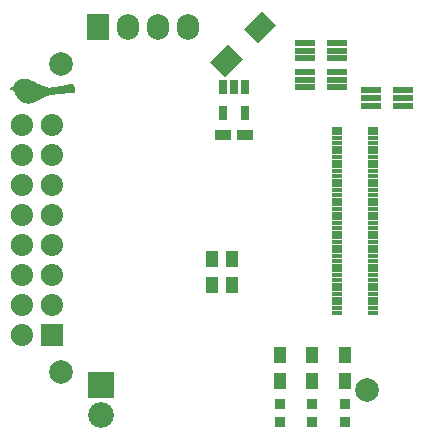
<source format=gts>
G04 #@! TF.FileFunction,Soldermask,Top*
%FSLAX46Y46*%
G04 Gerber Fmt 4.6, Leading zero omitted, Abs format (unit mm)*
G04 Created by KiCad (PCBNEW 4.0.1-stable) date Tuesday, May 31, 2016 'PMt' 08:28:31 PM*
%MOMM*%
G01*
G04 APERTURE LIST*
%ADD10C,0.100000*%
%ADD11C,0.010000*%
%ADD12R,1.653540X0.551180*%
%ADD13R,1.352400X0.902400*%
%ADD14R,0.949960X0.949960*%
%ADD15R,1.879600X1.879600*%
%ADD16O,1.879600X1.879600*%
%ADD17R,2.184400X2.184400*%
%ADD18O,2.184400X2.184400*%
%ADD19R,1.052400X1.352400*%
%ADD20R,0.802400X1.212400*%
%ADD21R,1.879600X2.184400*%
%ADD22O,1.879600X2.184400*%
%ADD23R,0.852400X0.352400*%
%ADD24C,2.000000*%
G04 APERTURE END LIST*
D10*
D11*
G36*
X131669564Y-95962271D02*
X131695508Y-95963488D01*
X131720124Y-95965595D01*
X131744568Y-95968681D01*
X131769999Y-95972837D01*
X131787168Y-95976069D01*
X131812517Y-95981313D01*
X131836699Y-95986924D01*
X131860431Y-95993132D01*
X131884429Y-96000164D01*
X131909412Y-96008250D01*
X131936095Y-96017618D01*
X131965196Y-96028498D01*
X131997433Y-96041118D01*
X132021820Y-96050936D01*
X132054200Y-96064238D01*
X132087073Y-96078047D01*
X132120715Y-96092494D01*
X132155404Y-96107708D01*
X132191417Y-96123820D01*
X132229031Y-96140959D01*
X132268524Y-96159255D01*
X132310172Y-96178839D01*
X132354253Y-96199840D01*
X132401044Y-96222389D01*
X132450822Y-96246615D01*
X132503864Y-96272648D01*
X132560448Y-96300619D01*
X132620850Y-96330657D01*
X132660459Y-96350436D01*
X132716490Y-96378404D01*
X132768559Y-96404279D01*
X132816988Y-96428209D01*
X132862102Y-96450343D01*
X132904224Y-96470830D01*
X132943679Y-96489819D01*
X132980790Y-96507457D01*
X133015881Y-96523895D01*
X133049276Y-96539280D01*
X133081299Y-96553762D01*
X133112273Y-96567489D01*
X133142524Y-96580610D01*
X133172374Y-96593274D01*
X133202148Y-96605629D01*
X133232169Y-96617825D01*
X133262761Y-96630009D01*
X133294249Y-96642331D01*
X133306029Y-96646892D01*
X133322479Y-96653261D01*
X133337757Y-96659205D01*
X133351184Y-96664460D01*
X133362085Y-96668759D01*
X133369780Y-96671837D01*
X133373479Y-96673374D01*
X133380453Y-96676501D01*
X133362374Y-96698146D01*
X133333873Y-96729827D01*
X133301092Y-96761893D01*
X133264528Y-96793967D01*
X133224680Y-96825672D01*
X133182044Y-96856630D01*
X133137117Y-96886464D01*
X133090398Y-96914796D01*
X133042384Y-96941249D01*
X133041143Y-96941898D01*
X132978462Y-96972677D01*
X132911875Y-97001709D01*
X132842059Y-97028797D01*
X132769691Y-97053741D01*
X132695448Y-97076345D01*
X132620008Y-97096410D01*
X132544046Y-97113739D01*
X132468242Y-97128134D01*
X132393271Y-97139396D01*
X132346876Y-97144783D01*
X132333122Y-97145864D01*
X132315842Y-97146713D01*
X132295936Y-97147329D01*
X132274304Y-97147713D01*
X132251847Y-97147865D01*
X132229465Y-97147784D01*
X132208058Y-97147470D01*
X132188527Y-97146924D01*
X132171772Y-97146145D01*
X132158693Y-97145133D01*
X132155771Y-97144803D01*
X132107644Y-97137101D01*
X132063278Y-97126442D01*
X132022693Y-97112833D01*
X131985913Y-97096281D01*
X131952956Y-97076793D01*
X131940357Y-97067808D01*
X131912485Y-97044111D01*
X131888707Y-97017997D01*
X131868783Y-96989136D01*
X131852472Y-96957199D01*
X131844275Y-96936296D01*
X131837956Y-96916987D01*
X131833438Y-96899431D01*
X131830478Y-96882095D01*
X131828830Y-96863448D01*
X131828252Y-96841961D01*
X131828248Y-96835593D01*
X131828385Y-96796576D01*
X131812590Y-96794957D01*
X131796795Y-96793339D01*
X131779736Y-96804946D01*
X131762676Y-96816553D01*
X131761971Y-96839534D01*
X131763042Y-96871744D01*
X131767967Y-96905431D01*
X131776445Y-96939588D01*
X131788179Y-96973208D01*
X131802870Y-97005285D01*
X131819657Y-97033962D01*
X131844193Y-97066774D01*
X131872306Y-97096339D01*
X131903984Y-97122649D01*
X131939212Y-97145697D01*
X131977975Y-97165476D01*
X132020260Y-97181978D01*
X132066051Y-97195197D01*
X132115335Y-97205126D01*
X132168098Y-97211756D01*
X132174165Y-97212288D01*
X132193351Y-97213440D01*
X132216266Y-97214063D01*
X132241833Y-97214181D01*
X132268974Y-97213821D01*
X132296613Y-97213010D01*
X132323672Y-97211773D01*
X132349074Y-97210135D01*
X132371742Y-97208124D01*
X132378696Y-97207353D01*
X132455758Y-97196672D01*
X132533900Y-97182752D01*
X132612359Y-97165807D01*
X132690372Y-97146049D01*
X132767179Y-97123691D01*
X132842018Y-97098945D01*
X132914126Y-97072024D01*
X132982742Y-97043141D01*
X133007519Y-97031800D01*
X133067409Y-97002174D01*
X133124890Y-96970605D01*
X133179644Y-96937323D01*
X133231355Y-96902560D01*
X133279708Y-96866548D01*
X133324385Y-96829519D01*
X133365071Y-96791703D01*
X133401449Y-96753332D01*
X133423167Y-96727539D01*
X133433329Y-96715158D01*
X133440981Y-96706607D01*
X133446308Y-96701697D01*
X133449493Y-96700240D01*
X133449730Y-96700285D01*
X133459725Y-96702780D01*
X133473746Y-96705610D01*
X133491003Y-96708661D01*
X133510705Y-96711818D01*
X133532062Y-96714969D01*
X133554283Y-96717997D01*
X133576576Y-96720789D01*
X133598152Y-96723231D01*
X133618220Y-96725208D01*
X133627762Y-96726012D01*
X133648511Y-96727203D01*
X133671492Y-96727670D01*
X133697009Y-96727395D01*
X133725366Y-96726358D01*
X133756869Y-96724543D01*
X133791823Y-96721929D01*
X133830531Y-96718500D01*
X133873300Y-96714236D01*
X133920433Y-96709119D01*
X133934981Y-96707471D01*
X134002135Y-96699370D01*
X134073732Y-96689916D01*
X134149583Y-96679144D01*
X134229497Y-96667088D01*
X134313283Y-96653784D01*
X134400750Y-96639265D01*
X134491708Y-96623566D01*
X134585966Y-96606722D01*
X134683333Y-96588769D01*
X134783619Y-96569740D01*
X134886632Y-96549670D01*
X134992183Y-96528594D01*
X135100080Y-96506547D01*
X135210133Y-96483564D01*
X135322152Y-96459679D01*
X135435945Y-96434926D01*
X135455352Y-96430657D01*
X135476975Y-96425927D01*
X135497593Y-96421482D01*
X135516624Y-96417445D01*
X135533484Y-96413935D01*
X135547589Y-96411074D01*
X135558356Y-96408982D01*
X135565202Y-96407780D01*
X135566629Y-96407585D01*
X135585403Y-96407642D01*
X135605267Y-96411479D01*
X135624974Y-96418639D01*
X135643279Y-96428666D01*
X135658935Y-96441103D01*
X135659424Y-96441581D01*
X135666801Y-96450057D01*
X135675869Y-96462486D01*
X135686370Y-96478394D01*
X135698044Y-96497306D01*
X135710631Y-96518748D01*
X135723871Y-96542247D01*
X135737504Y-96567328D01*
X135751272Y-96593518D01*
X135764913Y-96620341D01*
X135778169Y-96647324D01*
X135790780Y-96673993D01*
X135802485Y-96699874D01*
X135808472Y-96713666D01*
X135827315Y-96760939D01*
X135842317Y-96805460D01*
X135853473Y-96847204D01*
X135860779Y-96886151D01*
X135864234Y-96922277D01*
X135863833Y-96955560D01*
X135859574Y-96985977D01*
X135851922Y-97012272D01*
X135845352Y-97026166D01*
X135836051Y-97041192D01*
X135825218Y-97055659D01*
X135814050Y-97067874D01*
X135809947Y-97071590D01*
X135799394Y-97079757D01*
X135787999Y-97086968D01*
X135775387Y-97093298D01*
X135761185Y-97098822D01*
X135745021Y-97103616D01*
X135726521Y-97107756D01*
X135705313Y-97111316D01*
X135681022Y-97114373D01*
X135653277Y-97117002D01*
X135621703Y-97119278D01*
X135585928Y-97121277D01*
X135558162Y-97122554D01*
X135544605Y-97123088D01*
X135526894Y-97123715D01*
X135505714Y-97124415D01*
X135481747Y-97125168D01*
X135455677Y-97125951D01*
X135428188Y-97126745D01*
X135399962Y-97127528D01*
X135371684Y-97128281D01*
X135357381Y-97128648D01*
X135284719Y-97130565D01*
X135216484Y-97132528D01*
X135152266Y-97134558D01*
X135091652Y-97136674D01*
X135034233Y-97138897D01*
X134979597Y-97141247D01*
X134927333Y-97143745D01*
X134877031Y-97146410D01*
X134828279Y-97149262D01*
X134780667Y-97152322D01*
X134733783Y-97155611D01*
X134687217Y-97159147D01*
X134640557Y-97162952D01*
X134615943Y-97165059D01*
X134511434Y-97174875D01*
X134410971Y-97185858D01*
X134313873Y-97198149D01*
X134219460Y-97211888D01*
X134127053Y-97227215D01*
X134035972Y-97244270D01*
X133945536Y-97263195D01*
X133855066Y-97284128D01*
X133763882Y-97307210D01*
X133671303Y-97332582D01*
X133576651Y-97360384D01*
X133479245Y-97390757D01*
X133405210Y-97414897D01*
X133366363Y-97427856D01*
X133330412Y-97440038D01*
X133296965Y-97451626D01*
X133265630Y-97462802D01*
X133236014Y-97473748D01*
X133207726Y-97484647D01*
X133180374Y-97495682D01*
X133153565Y-97507035D01*
X133126908Y-97518888D01*
X133100011Y-97531425D01*
X133072481Y-97544827D01*
X133043927Y-97559277D01*
X133013956Y-97574959D01*
X132982176Y-97592053D01*
X132948196Y-97610743D01*
X132911624Y-97631212D01*
X132872066Y-97653641D01*
X132829132Y-97678213D01*
X132784724Y-97703788D01*
X132750306Y-97723624D01*
X132719607Y-97741252D01*
X132692175Y-97756919D01*
X132667562Y-97770873D01*
X132645318Y-97783363D01*
X132624993Y-97794636D01*
X132606136Y-97804941D01*
X132588299Y-97814525D01*
X132571031Y-97823636D01*
X132553882Y-97832523D01*
X132536404Y-97841433D01*
X132521048Y-97849162D01*
X132476259Y-97871051D01*
X132434576Y-97890225D01*
X132395282Y-97906930D01*
X132357658Y-97921415D01*
X132320986Y-97933927D01*
X132284550Y-97944716D01*
X132247629Y-97954028D01*
X132209508Y-97962111D01*
X132176955Y-97967979D01*
X132136308Y-97974412D01*
X132098878Y-97979468D01*
X132063278Y-97983258D01*
X132028120Y-97985896D01*
X131992020Y-97987492D01*
X131953589Y-97988158D01*
X131927171Y-97988149D01*
X131908939Y-97988012D01*
X131891766Y-97987835D01*
X131876402Y-97987630D01*
X131863598Y-97987407D01*
X131854102Y-97987178D01*
X131848667Y-97986955D01*
X131848552Y-97986947D01*
X131786121Y-97980765D01*
X131724537Y-97971409D01*
X131664390Y-97959029D01*
X131606264Y-97943776D01*
X131550747Y-97925800D01*
X131498426Y-97905253D01*
X131458886Y-97886875D01*
X131400028Y-97854716D01*
X131342684Y-97818002D01*
X131286906Y-97776788D01*
X131232747Y-97731130D01*
X131180259Y-97681086D01*
X131129494Y-97626710D01*
X131080504Y-97568060D01*
X131033342Y-97505192D01*
X130988060Y-97438161D01*
X130944710Y-97367024D01*
X130903344Y-97291837D01*
X130900377Y-97286140D01*
X130875001Y-97234703D01*
X130851334Y-97181393D01*
X130829132Y-97125569D01*
X130808147Y-97066594D01*
X130788134Y-97003827D01*
X130776818Y-96965234D01*
X130771630Y-96947002D01*
X130603124Y-96879030D01*
X130576054Y-96868076D01*
X130550329Y-96857600D01*
X130526297Y-96847746D01*
X130504304Y-96838662D01*
X130484699Y-96830491D01*
X130467827Y-96823380D01*
X130454038Y-96817474D01*
X130443676Y-96812918D01*
X130437091Y-96809859D01*
X130434628Y-96808441D01*
X130434619Y-96808409D01*
X130436385Y-96806437D01*
X130441507Y-96801490D01*
X130449724Y-96793808D01*
X130460775Y-96783629D01*
X130474396Y-96771189D01*
X130490327Y-96756728D01*
X130508305Y-96740482D01*
X130528069Y-96722690D01*
X130549357Y-96703590D01*
X130571906Y-96683419D01*
X130589438Y-96667777D01*
X130744257Y-96529794D01*
X130754116Y-96502558D01*
X130773546Y-96454507D01*
X130796344Y-96408631D01*
X130822790Y-96364513D01*
X130853162Y-96321736D01*
X130887739Y-96279883D01*
X130926801Y-96238536D01*
X130938039Y-96227515D01*
X130984198Y-96186250D01*
X131033975Y-96148069D01*
X131087189Y-96113064D01*
X131143659Y-96081324D01*
X131203203Y-96052941D01*
X131265639Y-96028004D01*
X131330785Y-96006605D01*
X131398460Y-95988835D01*
X131430057Y-95981972D01*
X131460501Y-95976050D01*
X131487739Y-95971407D01*
X131513186Y-95967888D01*
X131538256Y-95965335D01*
X131564364Y-95963592D01*
X131592925Y-95962501D01*
X131609067Y-95962143D01*
X131641136Y-95961853D01*
X131669564Y-95962271D01*
X131669564Y-95962271D01*
G37*
X131669564Y-95962271D02*
X131695508Y-95963488D01*
X131720124Y-95965595D01*
X131744568Y-95968681D01*
X131769999Y-95972837D01*
X131787168Y-95976069D01*
X131812517Y-95981313D01*
X131836699Y-95986924D01*
X131860431Y-95993132D01*
X131884429Y-96000164D01*
X131909412Y-96008250D01*
X131936095Y-96017618D01*
X131965196Y-96028498D01*
X131997433Y-96041118D01*
X132021820Y-96050936D01*
X132054200Y-96064238D01*
X132087073Y-96078047D01*
X132120715Y-96092494D01*
X132155404Y-96107708D01*
X132191417Y-96123820D01*
X132229031Y-96140959D01*
X132268524Y-96159255D01*
X132310172Y-96178839D01*
X132354253Y-96199840D01*
X132401044Y-96222389D01*
X132450822Y-96246615D01*
X132503864Y-96272648D01*
X132560448Y-96300619D01*
X132620850Y-96330657D01*
X132660459Y-96350436D01*
X132716490Y-96378404D01*
X132768559Y-96404279D01*
X132816988Y-96428209D01*
X132862102Y-96450343D01*
X132904224Y-96470830D01*
X132943679Y-96489819D01*
X132980790Y-96507457D01*
X133015881Y-96523895D01*
X133049276Y-96539280D01*
X133081299Y-96553762D01*
X133112273Y-96567489D01*
X133142524Y-96580610D01*
X133172374Y-96593274D01*
X133202148Y-96605629D01*
X133232169Y-96617825D01*
X133262761Y-96630009D01*
X133294249Y-96642331D01*
X133306029Y-96646892D01*
X133322479Y-96653261D01*
X133337757Y-96659205D01*
X133351184Y-96664460D01*
X133362085Y-96668759D01*
X133369780Y-96671837D01*
X133373479Y-96673374D01*
X133380453Y-96676501D01*
X133362374Y-96698146D01*
X133333873Y-96729827D01*
X133301092Y-96761893D01*
X133264528Y-96793967D01*
X133224680Y-96825672D01*
X133182044Y-96856630D01*
X133137117Y-96886464D01*
X133090398Y-96914796D01*
X133042384Y-96941249D01*
X133041143Y-96941898D01*
X132978462Y-96972677D01*
X132911875Y-97001709D01*
X132842059Y-97028797D01*
X132769691Y-97053741D01*
X132695448Y-97076345D01*
X132620008Y-97096410D01*
X132544046Y-97113739D01*
X132468242Y-97128134D01*
X132393271Y-97139396D01*
X132346876Y-97144783D01*
X132333122Y-97145864D01*
X132315842Y-97146713D01*
X132295936Y-97147329D01*
X132274304Y-97147713D01*
X132251847Y-97147865D01*
X132229465Y-97147784D01*
X132208058Y-97147470D01*
X132188527Y-97146924D01*
X132171772Y-97146145D01*
X132158693Y-97145133D01*
X132155771Y-97144803D01*
X132107644Y-97137101D01*
X132063278Y-97126442D01*
X132022693Y-97112833D01*
X131985913Y-97096281D01*
X131952956Y-97076793D01*
X131940357Y-97067808D01*
X131912485Y-97044111D01*
X131888707Y-97017997D01*
X131868783Y-96989136D01*
X131852472Y-96957199D01*
X131844275Y-96936296D01*
X131837956Y-96916987D01*
X131833438Y-96899431D01*
X131830478Y-96882095D01*
X131828830Y-96863448D01*
X131828252Y-96841961D01*
X131828248Y-96835593D01*
X131828385Y-96796576D01*
X131812590Y-96794957D01*
X131796795Y-96793339D01*
X131779736Y-96804946D01*
X131762676Y-96816553D01*
X131761971Y-96839534D01*
X131763042Y-96871744D01*
X131767967Y-96905431D01*
X131776445Y-96939588D01*
X131788179Y-96973208D01*
X131802870Y-97005285D01*
X131819657Y-97033962D01*
X131844193Y-97066774D01*
X131872306Y-97096339D01*
X131903984Y-97122649D01*
X131939212Y-97145697D01*
X131977975Y-97165476D01*
X132020260Y-97181978D01*
X132066051Y-97195197D01*
X132115335Y-97205126D01*
X132168098Y-97211756D01*
X132174165Y-97212288D01*
X132193351Y-97213440D01*
X132216266Y-97214063D01*
X132241833Y-97214181D01*
X132268974Y-97213821D01*
X132296613Y-97213010D01*
X132323672Y-97211773D01*
X132349074Y-97210135D01*
X132371742Y-97208124D01*
X132378696Y-97207353D01*
X132455758Y-97196672D01*
X132533900Y-97182752D01*
X132612359Y-97165807D01*
X132690372Y-97146049D01*
X132767179Y-97123691D01*
X132842018Y-97098945D01*
X132914126Y-97072024D01*
X132982742Y-97043141D01*
X133007519Y-97031800D01*
X133067409Y-97002174D01*
X133124890Y-96970605D01*
X133179644Y-96937323D01*
X133231355Y-96902560D01*
X133279708Y-96866548D01*
X133324385Y-96829519D01*
X133365071Y-96791703D01*
X133401449Y-96753332D01*
X133423167Y-96727539D01*
X133433329Y-96715158D01*
X133440981Y-96706607D01*
X133446308Y-96701697D01*
X133449493Y-96700240D01*
X133449730Y-96700285D01*
X133459725Y-96702780D01*
X133473746Y-96705610D01*
X133491003Y-96708661D01*
X133510705Y-96711818D01*
X133532062Y-96714969D01*
X133554283Y-96717997D01*
X133576576Y-96720789D01*
X133598152Y-96723231D01*
X133618220Y-96725208D01*
X133627762Y-96726012D01*
X133648511Y-96727203D01*
X133671492Y-96727670D01*
X133697009Y-96727395D01*
X133725366Y-96726358D01*
X133756869Y-96724543D01*
X133791823Y-96721929D01*
X133830531Y-96718500D01*
X133873300Y-96714236D01*
X133920433Y-96709119D01*
X133934981Y-96707471D01*
X134002135Y-96699370D01*
X134073732Y-96689916D01*
X134149583Y-96679144D01*
X134229497Y-96667088D01*
X134313283Y-96653784D01*
X134400750Y-96639265D01*
X134491708Y-96623566D01*
X134585966Y-96606722D01*
X134683333Y-96588769D01*
X134783619Y-96569740D01*
X134886632Y-96549670D01*
X134992183Y-96528594D01*
X135100080Y-96506547D01*
X135210133Y-96483564D01*
X135322152Y-96459679D01*
X135435945Y-96434926D01*
X135455352Y-96430657D01*
X135476975Y-96425927D01*
X135497593Y-96421482D01*
X135516624Y-96417445D01*
X135533484Y-96413935D01*
X135547589Y-96411074D01*
X135558356Y-96408982D01*
X135565202Y-96407780D01*
X135566629Y-96407585D01*
X135585403Y-96407642D01*
X135605267Y-96411479D01*
X135624974Y-96418639D01*
X135643279Y-96428666D01*
X135658935Y-96441103D01*
X135659424Y-96441581D01*
X135666801Y-96450057D01*
X135675869Y-96462486D01*
X135686370Y-96478394D01*
X135698044Y-96497306D01*
X135710631Y-96518748D01*
X135723871Y-96542247D01*
X135737504Y-96567328D01*
X135751272Y-96593518D01*
X135764913Y-96620341D01*
X135778169Y-96647324D01*
X135790780Y-96673993D01*
X135802485Y-96699874D01*
X135808472Y-96713666D01*
X135827315Y-96760939D01*
X135842317Y-96805460D01*
X135853473Y-96847204D01*
X135860779Y-96886151D01*
X135864234Y-96922277D01*
X135863833Y-96955560D01*
X135859574Y-96985977D01*
X135851922Y-97012272D01*
X135845352Y-97026166D01*
X135836051Y-97041192D01*
X135825218Y-97055659D01*
X135814050Y-97067874D01*
X135809947Y-97071590D01*
X135799394Y-97079757D01*
X135787999Y-97086968D01*
X135775387Y-97093298D01*
X135761185Y-97098822D01*
X135745021Y-97103616D01*
X135726521Y-97107756D01*
X135705313Y-97111316D01*
X135681022Y-97114373D01*
X135653277Y-97117002D01*
X135621703Y-97119278D01*
X135585928Y-97121277D01*
X135558162Y-97122554D01*
X135544605Y-97123088D01*
X135526894Y-97123715D01*
X135505714Y-97124415D01*
X135481747Y-97125168D01*
X135455677Y-97125951D01*
X135428188Y-97126745D01*
X135399962Y-97127528D01*
X135371684Y-97128281D01*
X135357381Y-97128648D01*
X135284719Y-97130565D01*
X135216484Y-97132528D01*
X135152266Y-97134558D01*
X135091652Y-97136674D01*
X135034233Y-97138897D01*
X134979597Y-97141247D01*
X134927333Y-97143745D01*
X134877031Y-97146410D01*
X134828279Y-97149262D01*
X134780667Y-97152322D01*
X134733783Y-97155611D01*
X134687217Y-97159147D01*
X134640557Y-97162952D01*
X134615943Y-97165059D01*
X134511434Y-97174875D01*
X134410971Y-97185858D01*
X134313873Y-97198149D01*
X134219460Y-97211888D01*
X134127053Y-97227215D01*
X134035972Y-97244270D01*
X133945536Y-97263195D01*
X133855066Y-97284128D01*
X133763882Y-97307210D01*
X133671303Y-97332582D01*
X133576651Y-97360384D01*
X133479245Y-97390757D01*
X133405210Y-97414897D01*
X133366363Y-97427856D01*
X133330412Y-97440038D01*
X133296965Y-97451626D01*
X133265630Y-97462802D01*
X133236014Y-97473748D01*
X133207726Y-97484647D01*
X133180374Y-97495682D01*
X133153565Y-97507035D01*
X133126908Y-97518888D01*
X133100011Y-97531425D01*
X133072481Y-97544827D01*
X133043927Y-97559277D01*
X133013956Y-97574959D01*
X132982176Y-97592053D01*
X132948196Y-97610743D01*
X132911624Y-97631212D01*
X132872066Y-97653641D01*
X132829132Y-97678213D01*
X132784724Y-97703788D01*
X132750306Y-97723624D01*
X132719607Y-97741252D01*
X132692175Y-97756919D01*
X132667562Y-97770873D01*
X132645318Y-97783363D01*
X132624993Y-97794636D01*
X132606136Y-97804941D01*
X132588299Y-97814525D01*
X132571031Y-97823636D01*
X132553882Y-97832523D01*
X132536404Y-97841433D01*
X132521048Y-97849162D01*
X132476259Y-97871051D01*
X132434576Y-97890225D01*
X132395282Y-97906930D01*
X132357658Y-97921415D01*
X132320986Y-97933927D01*
X132284550Y-97944716D01*
X132247629Y-97954028D01*
X132209508Y-97962111D01*
X132176955Y-97967979D01*
X132136308Y-97974412D01*
X132098878Y-97979468D01*
X132063278Y-97983258D01*
X132028120Y-97985896D01*
X131992020Y-97987492D01*
X131953589Y-97988158D01*
X131927171Y-97988149D01*
X131908939Y-97988012D01*
X131891766Y-97987835D01*
X131876402Y-97987630D01*
X131863598Y-97987407D01*
X131854102Y-97987178D01*
X131848667Y-97986955D01*
X131848552Y-97986947D01*
X131786121Y-97980765D01*
X131724537Y-97971409D01*
X131664390Y-97959029D01*
X131606264Y-97943776D01*
X131550747Y-97925800D01*
X131498426Y-97905253D01*
X131458886Y-97886875D01*
X131400028Y-97854716D01*
X131342684Y-97818002D01*
X131286906Y-97776788D01*
X131232747Y-97731130D01*
X131180259Y-97681086D01*
X131129494Y-97626710D01*
X131080504Y-97568060D01*
X131033342Y-97505192D01*
X130988060Y-97438161D01*
X130944710Y-97367024D01*
X130903344Y-97291837D01*
X130900377Y-97286140D01*
X130875001Y-97234703D01*
X130851334Y-97181393D01*
X130829132Y-97125569D01*
X130808147Y-97066594D01*
X130788134Y-97003827D01*
X130776818Y-96965234D01*
X130771630Y-96947002D01*
X130603124Y-96879030D01*
X130576054Y-96868076D01*
X130550329Y-96857600D01*
X130526297Y-96847746D01*
X130504304Y-96838662D01*
X130484699Y-96830491D01*
X130467827Y-96823380D01*
X130454038Y-96817474D01*
X130443676Y-96812918D01*
X130437091Y-96809859D01*
X130434628Y-96808441D01*
X130434619Y-96808409D01*
X130436385Y-96806437D01*
X130441507Y-96801490D01*
X130449724Y-96793808D01*
X130460775Y-96783629D01*
X130474396Y-96771189D01*
X130490327Y-96756728D01*
X130508305Y-96740482D01*
X130528069Y-96722690D01*
X130549357Y-96703590D01*
X130571906Y-96683419D01*
X130589438Y-96667777D01*
X130744257Y-96529794D01*
X130754116Y-96502558D01*
X130773546Y-96454507D01*
X130796344Y-96408631D01*
X130822790Y-96364513D01*
X130853162Y-96321736D01*
X130887739Y-96279883D01*
X130926801Y-96238536D01*
X130938039Y-96227515D01*
X130984198Y-96186250D01*
X131033975Y-96148069D01*
X131087189Y-96113064D01*
X131143659Y-96081324D01*
X131203203Y-96052941D01*
X131265639Y-96028004D01*
X131330785Y-96006605D01*
X131398460Y-95988835D01*
X131430057Y-95981972D01*
X131460501Y-95976050D01*
X131487739Y-95971407D01*
X131513186Y-95967888D01*
X131538256Y-95965335D01*
X131564364Y-95963592D01*
X131592925Y-95962501D01*
X131609067Y-95962143D01*
X131641136Y-95961853D01*
X131669564Y-95962271D01*
D12*
X158080960Y-94250000D03*
X158080960Y-93599760D03*
X158080960Y-92949520D03*
X155419040Y-92949520D03*
X155419040Y-93599760D03*
X155419040Y-94250000D03*
X163661920Y-98250000D03*
X163661920Y-97599760D03*
X163661920Y-96949520D03*
X161000000Y-96949520D03*
X161000000Y-97599760D03*
X161000000Y-98250000D03*
X158080960Y-96700000D03*
X158080960Y-96049760D03*
X158080960Y-95399520D03*
X155419040Y-95399520D03*
X155419040Y-96049760D03*
X155419040Y-96700000D03*
D13*
X150325000Y-100775000D03*
X148425000Y-100775000D03*
D10*
G36*
X148619365Y-95808983D02*
X147380231Y-94569849D01*
X148902207Y-93047873D01*
X150141341Y-94287007D01*
X148619365Y-95808983D01*
X148619365Y-95808983D01*
G37*
G36*
X151447793Y-92980555D02*
X150208659Y-91741421D01*
X151730635Y-90219445D01*
X152969769Y-91458579D01*
X151447793Y-92980555D01*
X151447793Y-92980555D01*
G37*
D14*
X158750000Y-124999300D03*
X158750000Y-123500700D03*
X156000000Y-124998600D03*
X156000000Y-123500000D03*
X153250000Y-124999300D03*
X153250000Y-123500700D03*
D15*
X133940000Y-117685000D03*
D16*
X131400000Y-117685000D03*
X133940000Y-115145000D03*
X131400000Y-115145000D03*
X133940000Y-112605000D03*
X131400000Y-112605000D03*
X133940000Y-110065000D03*
X131400000Y-110065000D03*
X133940000Y-107525000D03*
X131400000Y-107525000D03*
X133940000Y-104985000D03*
X131400000Y-104985000D03*
X133940000Y-102445000D03*
X131400000Y-102445000D03*
X133940000Y-99905000D03*
X131400000Y-99905000D03*
D17*
X138100000Y-121875000D03*
D18*
X138100000Y-124415000D03*
D19*
X158750000Y-121600000D03*
X158750000Y-119400000D03*
X156000000Y-121600000D03*
X156000000Y-119400000D03*
X153250000Y-121600000D03*
X153250000Y-119400000D03*
D20*
X150325000Y-96700000D03*
X149375000Y-96700000D03*
X148425000Y-96700000D03*
X148425000Y-98900000D03*
X150325000Y-98900000D03*
D21*
X137875000Y-91575000D03*
D22*
X140415000Y-91575000D03*
X142955000Y-91575000D03*
X145495000Y-91575000D03*
D23*
X161190000Y-100200000D03*
X161190000Y-100600000D03*
X161190000Y-101000000D03*
X161190000Y-101400000D03*
X161190000Y-101800000D03*
X161190000Y-102200000D03*
X161190000Y-102600000D03*
X161190000Y-103000000D03*
X161190000Y-103400000D03*
X161190000Y-103800000D03*
X161190000Y-107800000D03*
X161190000Y-107400000D03*
X161190000Y-107000000D03*
X161190000Y-106600000D03*
X161190000Y-106200000D03*
X161190000Y-105800000D03*
X161190000Y-105400000D03*
X161190000Y-105000000D03*
X161190000Y-104600000D03*
X161190000Y-104200000D03*
X161190000Y-108200000D03*
X161190000Y-108600000D03*
X161190000Y-109000000D03*
X161190000Y-109400000D03*
X161190000Y-109800000D03*
X161190000Y-110200000D03*
X161190000Y-110600000D03*
X161190000Y-111000000D03*
X161190000Y-111400000D03*
X161190000Y-111800000D03*
X161190000Y-115800000D03*
X161190000Y-115400000D03*
X161190000Y-115000000D03*
X161190000Y-114600000D03*
X161190000Y-114200000D03*
X161190000Y-113800000D03*
X161190000Y-113400000D03*
X161190000Y-113000000D03*
X161190000Y-112600000D03*
X161190000Y-112200000D03*
X158110000Y-112200000D03*
X158110000Y-112600000D03*
X158110000Y-113000000D03*
X158110000Y-113400000D03*
X158110000Y-113800000D03*
X158110000Y-114200000D03*
X158110000Y-114600000D03*
X158110000Y-115000000D03*
X158110000Y-115400000D03*
X158110000Y-115800000D03*
X158110000Y-111800000D03*
X158110000Y-111400000D03*
X158110000Y-111000000D03*
X158110000Y-110600000D03*
X158110000Y-110200000D03*
X158110000Y-109800000D03*
X158110000Y-109400000D03*
X158110000Y-109000000D03*
X158110000Y-108600000D03*
X158110000Y-108200000D03*
X158110000Y-104200000D03*
X158110000Y-104600000D03*
X158110000Y-105000000D03*
X158110000Y-105400000D03*
X158110000Y-105800000D03*
X158110000Y-106200000D03*
X158110000Y-106600000D03*
X158110000Y-107000000D03*
X158110000Y-107400000D03*
X158110000Y-107800000D03*
X158110000Y-103800000D03*
X158110000Y-103400000D03*
X158110000Y-103000000D03*
X158110000Y-102600000D03*
X158110000Y-102200000D03*
X158110000Y-101800000D03*
X158110000Y-101400000D03*
X158110000Y-101000000D03*
X158110000Y-100600000D03*
X158110000Y-100200000D03*
D19*
X147500000Y-111200000D03*
X147500000Y-113400000D03*
X149200000Y-111200000D03*
X149200000Y-113400000D03*
D24*
X134775000Y-120775000D03*
X160650000Y-122325000D03*
X134775000Y-94700000D03*
M02*

</source>
